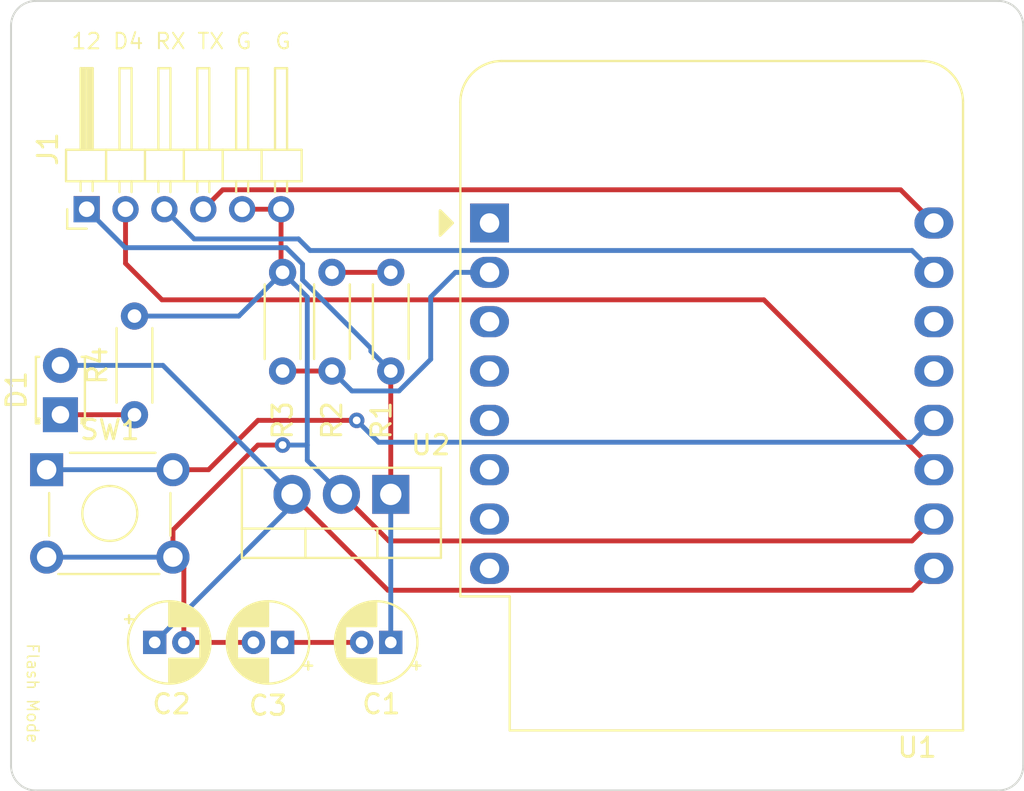
<source format=kicad_pcb>
(kicad_pcb (version 20221018) (generator pcbnew)
  (layers (0 "F.Cu" signal) (31 "B.Cu" signal) (34 "B.Paste" user) (35 "F.Paste" user) (36 "B.SilkS" user "B.Silkscreen") (37 "F.SilkS" user "F.Silkscreen") (38 "B.Mask" user) (39 "F.Mask" user) (44 "Edge.Cuts" user))
  (net 0 "")
  (net 2 "/A0")
  (net 9 "+5V")
  (net 10 "GND")
  (net 13 "+12V")
  (net 14 "Net-(C1-Pad2)")
  (net 15 "/FLASH")
  (net 16 "/D4")
  (net 17 "Net-(D1-K)")
  (net 18 "/RX")
  (net 19 "/TX")
  (net 20 "Net-(R2-Pad2)")
  (footprint "Resistor_THT:R_Axial_DIN0204_L3.6mm_D1.6mm_P5.08mm_Horizontal" (layer "F.Cu") (at 77.47 63.5 -90)
    (fp_text reference "R2" (at 7.62 0 90) (layer "F.SilkS"))
    (fp_text value "20k")
    (fp_line (start 0.62 -0.92) (end 4.46 -0.92) (stroke (width 0.12)) (layer "F.SilkS"))
    (fp_line (start 0.62 0.92) (end 4.46 0.92) (stroke (width 0.12)) (layer "F.SilkS"))
    (pad "1" thru_hole circle (at 0 0 270) (size 1.4 1.4) (drill 0.7) (layers "*.Cu" "*.Mask") (net 2 "/A0"))
    (pad "2" thru_hole oval (at 5.08 0 270) (size 1.4 1.4) (drill 0.7) (layers "*.Cu" "*.Mask") (net 20 "Net-(R2-Pad2)"))
  )
  (footprint "Module:WEMOS_D1_mini_light" (layer "F.Cu") (at 85.575 60.96)
    (fp_text reference "U1" (at 22 27) (layer "F.SilkS"))
    (fp_text value "WeMos_D1_mini")
    (fp_line (start -1.5 19.22) (end -1.5 -6.21) (stroke (width 0.12)) (layer "F.SilkS"))
    (fp_line (start -1.5 19.22) (end 1.04 19.22) (stroke (width 0.12)) (layer "F.SilkS"))
    (fp_line (start 1.04 19.22) (end 1.04 26.12) (stroke (width 0.12)) (layer "F.SilkS"))
    (fp_line (start 1.04 26.12) (end 24.36 26.12) (stroke (width 0.12)) (layer "F.SilkS"))
    (fp_line (start 22.24 -8.34) (end 0.63 -8.34) (stroke (width 0.12)) (layer "F.SilkS"))
    (fp_line (start 24.36 26.12) (end 24.36 -6.21) (stroke (width 0.12)) (layer "F.SilkS"))
    (fp_arc (start -1.5 -6.21) (mid -0.876137 -7.716137) (end 0.63 -8.34) (stroke (width 0.12)) (layer "F.SilkS"))
    (fp_arc (start 22.23 -8.34) (mid 23.736137 -7.716137) (end 24.36 -6.21) (stroke (width 0.12)) (layer "F.SilkS"))
    (fp_poly (pts (xy -2.54 -0.635) (xy -2.54 0.635) (xy -1.905 0)) (stroke (width 0.15)) (fill solid) (layer "F.SilkS"))
    (pad "1" thru_hole rect (at 0 0) (size 2 2) (drill 1) (layers "*.Cu" "*.Mask"))
    (pad "2" thru_hole oval (at 0 2.54) (size 2 1.6) (drill 1) (layers "*.Cu" "*.Mask") (net 2 "/A0"))
    (pad "3" thru_hole oval (at 0 5.08) (size 2 1.6) (drill 1) (layers "*.Cu" "*.Mask"))
    (pad "4" thru_hole oval (at 0 7.62) (size 2 1.6) (drill 1) (layers "*.Cu" "*.Mask"))
    (pad "5" thru_hole oval (at 0 10.16) (size 2 1.6) (drill 1) (layers "*.Cu" "*.Mask"))
    (pad "6" thru_hole oval (at 0 12.7) (size 2 1.6) (drill 1) (layers "*.Cu" "*.Mask"))
    (pad "7" thru_hole oval (at 0 15.24) (size 2 1.6) (drill 1) (layers "*.Cu" "*.Mask"))
    (pad "8" thru_hole oval (at 0 17.78) (size 2 1.6) (drill 1) (layers "*.Cu" "*.Mask"))
    (pad "9" thru_hole oval (at 22.86 17.78) (size 2 1.6) (drill 1) (layers "*.Cu" "*.Mask") (net 9 "+5V"))
    (pad "10" thru_hole oval (at 22.86 15.24) (size 2 1.6) (drill 1) (layers "*.Cu" "*.Mask") (net 10 "GND"))
    (pad "11" thru_hole oval (at 22.86 12.7) (size 2 1.6) (drill 1) (layers "*.Cu" "*.Mask") (net 16 "/D4"))
    (pad "12" thru_hole oval (at 22.86 10.16) (size 2 1.6) (drill 1) (layers "*.Cu" "*.Mask") (net 15 "/FLASH"))
    (pad "13" thru_hole oval (at 22.86 7.62) (size 2 1.6) (drill 1) (layers "*.Cu" "*.Mask"))
    (pad "14" thru_hole oval (at 22.86 5.08) (size 2 1.6) (drill 1) (layers "*.Cu" "*.Mask"))
    (pad "15" thru_hole oval (at 22.86 2.54) (size 2 1.6) (drill 1) (layers "*.Cu" "*.Mask") (net 18 "/RX"))
    (pad "16" thru_hole oval (at 22.86 0) (size 2 1.6) (drill 1) (layers "*.Cu" "*.Mask") (net 19 "/TX"))
  )
  (footprint "Resistor_THT:R_Axial_DIN0204_L3.6mm_D1.6mm_P5.08mm_Horizontal" (layer "F.Cu") (at 74.93 68.58 90)
    (fp_text reference "R3" (at -2.54 0 90) (layer "F.SilkS"))
    (fp_text value "120k")
    (fp_line (start 0.62 -0.92) (end 4.46 -0.92) (stroke (width 0.12)) (layer "F.SilkS"))
    (fp_line (start 0.62 0.92) (end 4.46 0.92) (stroke (width 0.12)) (layer "F.SilkS"))
    (pad "1" thru_hole circle (at 0 0 90) (size 1.4 1.4) (drill 0.7) (layers "*.Cu" "*.Mask") (net 20 "Net-(R2-Pad2)"))
    (pad "2" thru_hole oval (at 5.08 0 90) (size 1.4 1.4) (drill 0.7) (layers "*.Cu" "*.Mask") (net 10 "GND"))
  )
  (footprint "LED_THT:LED_D1.8mm_W3.3mm_H2.4mm" (layer "F.Cu") (at 63.5 70.83 90)
    (fp_text reference "D1" (at 1.27 -2.26 90) (layer "F.SilkS"))
    (fp_text value "LED")
    (fp_line (start -0.44 -1.26) (end -0.44 -1.08) (stroke (width 0.12)) (layer "F.SilkS"))
    (fp_line (start -0.44 -1.26) (end 2.98 -1.26) (stroke (width 0.12)) (layer "F.SilkS"))
    (fp_line (start -0.44 1.08) (end -0.44 1.26) (stroke (width 0.12)) (layer "F.SilkS"))
    (fp_line (start -0.44 1.26) (end 2.98 1.26) (stroke (width 0.12)) (layer "F.SilkS"))
    (fp_line (start -0.32 -1.26) (end -0.32 -1.08) (stroke (width 0.12)) (layer "F.SilkS"))
    (fp_line (start -0.32 1.08) (end -0.32 1.26) (stroke (width 0.12)) (layer "F.SilkS"))
    (fp_line (start -0.2 -1.26) (end -0.2 -1.08) (stroke (width 0.12)) (layer "F.SilkS"))
    (fp_line (start -0.2 1.08) (end -0.2 1.26) (stroke (width 0.12)) (layer "F.SilkS"))
    (fp_line (start 2.98 -1.26) (end 2.98 -1.095) (stroke (width 0.12)) (layer "F.SilkS"))
    (fp_line (start 2.98 1.095) (end 2.98 1.26) (stroke (width 0.12)) (layer "F.SilkS"))
    (pad "1" thru_hole rect (at 0 0 90) (size 1.8 1.8) (drill 0.9) (layers "*.Cu" "*.Mask") (net 17 "Net-(D1-K)"))
    (pad "2" thru_hole circle (at 2.54 0 90) (size 1.8 1.8) (drill 0.9) (layers "*.Cu" "*.Mask") (net 9 "+5V"))
  )
  (footprint "Package_TO_SOT_THT:TO-220-3_Vertical" (layer "F.Cu") (at 80.495 74.93 180)
    (fp_text reference "U2" (at -2.055 2.54) (layer "F.SilkS"))
    (fp_text value "LM7805_TO220")
    (fp_line (start -2.58 -3.27) (end -2.58 1.371) (stroke (width 0.12)) (layer "F.SilkS"))
    (fp_line (start -2.58 -3.27) (end 7.66 -3.27) (stroke (width 0.12)) (layer "F.SilkS"))
    (fp_line (start -2.58 -1.76) (end 7.66 -1.76) (stroke (width 0.12)) (layer "F.SilkS"))
    (fp_line (start -2.58 1.371) (end 7.66 1.371) (stroke (width 0.12)) (layer "F.SilkS"))
    (fp_line (start 0.69 -3.27) (end 0.69 -1.76) (stroke (width 0.12)) (layer "F.SilkS"))
    (fp_line (start 4.391 -3.27) (end 4.391 -1.76) (stroke (width 0.12)) (layer "F.SilkS"))
    (fp_line (start 7.66 -3.27) (end 7.66 1.371) (stroke (width 0.12)) (layer "F.SilkS"))
    (pad "1" thru_hole rect (at 0 0 180) (size 1.905 2) (drill 1.1) (layers "*.Cu" "*.Mask") (net 13 "+12V"))
    (pad "2" thru_hole oval (at 2.54 0 180) (size 1.905 2) (drill 1.1) (layers "*.Cu" "*.Mask") (net 10 "GND"))
    (pad "3" thru_hole oval (at 5.08 0 180) (size 1.905 2) (drill 1.1) (layers "*.Cu" "*.Mask") (net 9 "+5V"))
  )
  (footprint "Resistor_THT:R_Axial_DIN0204_L3.6mm_D1.6mm_P5.08mm_Horizontal" (layer "F.Cu") (at 67.31 70.83 90)
    (fp_text reference "R4" (at 2.54 -1.92 90) (layer "F.SilkS"))
    (fp_text value "1k")
    (fp_line (start 0.62 -0.92) (end 4.46 -0.92) (stroke (width 0.12)) (layer "F.SilkS"))
    (fp_line (start 0.62 0.92) (end 4.46 0.92) (stroke (width 0.12)) (layer "F.SilkS"))
    (pad "1" thru_hole circle (at 0 0 90) (size 1.4 1.4) (drill 0.7) (layers "*.Cu" "*.Mask") (net 17 "Net-(D1-K)"))
    (pad "2" thru_hole oval (at 5.08 0 90) (size 1.4 1.4) (drill 0.7) (layers "*.Cu" "*.Mask") (net 10 "GND"))
  )
  (footprint "Resistor_THT:R_Axial_DIN0204_L3.6mm_D1.6mm_P5.08mm_Horizontal" (layer "F.Cu") (at 80.495 68.58 90)
    (fp_text reference "R1" (at -2.54 -0.485 90) (layer "F.SilkS"))
    (fp_text value "10k")
    (fp_line (start 0.62 -0.92) (end 4.46 -0.92) (stroke (width 0.12)) (layer "F.SilkS"))
    (fp_line (start 0.62 0.92) (end 4.46 0.92) (stroke (width 0.12)) (layer "F.SilkS"))
    (pad "1" thru_hole circle (at 0 0 90) (size 1.4 1.4) (drill 0.7) (layers "*.Cu" "*.Mask") (net 13 "+12V"))
    (pad "2" thru_hole oval (at 5.08 0 90) (size 1.4 1.4) (drill 0.7) (layers "*.Cu" "*.Mask") (net 2 "/A0"))
  )
  (footprint "Button_Switch_THT:SW_TH_Tactile_Omron_B3F-10xx" (layer "F.Cu") (at 62.79 73.66)
    (fp_text reference "SW1" (at 3.25 -2.05) (layer "F.SilkS"))
    (fp_text value "SW_Push")
    (fp_line (start 0.13 3.4) (end 0.13 1.2) (stroke (width 0.12)) (layer "F.SilkS"))
    (fp_line (start 0.6 5.37) (end 5.8 5.37) (stroke (width 0.12)) (layer "F.SilkS"))
    (fp_line (start 1.2 -0.87) (end 5.6 -0.87) (stroke (width 0.12)) (layer "F.SilkS"))
    (fp_line (start 6.37 1.2) (end 6.37 3.4) (stroke (width 0.12)) (layer "F.SilkS"))
    (fp_circle (center 3.25 2.25) (end 4.25 3.25) (stroke (width 0.12)) (fill none) (layer "F.SilkS"))
    (pad "1" thru_hole rect (at 0 0) (size 1.7 1.7) (drill 1) (layers "*.Cu" "*.Mask") (net 15 "/FLASH"))
    (pad "1" thru_hole circle (at 6.5 0) (size 1.7 1.7) (drill 1) (layers "*.Cu" "*.Mask") (net 15 "/FLASH"))
    (pad "2" thru_hole circle (at 0 4.5) (size 1.7 1.7) (drill 1) (layers "*.Cu" "*.Mask") (net 10 "GND"))
    (pad "2" thru_hole circle (at 6.5 4.5) (size 1.7 1.7) (drill 1) (layers "*.Cu" "*.Mask") (net 10 "GND"))
  )
  (footprint "Capacitor_THT:CP_Radial_D4.0mm_P1.50mm" (layer "F.Cu") (at 68.35 82.55)
    (fp_text reference "C2" (at 0.865 3.175) (layer "F.SilkS"))
    (fp_text value "0.1uF")
    (fp_line (start -1.519801 -1.195) (end -1.119801 -1.195) (stroke (width 0.12)) (layer "F.SilkS"))
    (fp_line (start -1.319801 -1.395) (end -1.319801 -0.995) (stroke (width 0.12)) (layer "F.SilkS"))
    (fp_line (start 0.75 -2.08) (end 0.75 -0.84) (stroke (width 0.12)) (layer "F.SilkS"))
    (fp_line (start 0.75 0.84) (end 0.75 2.08) (stroke (width 0.12)) (layer "F.SilkS"))
    (fp_line (start 0.79 -2.08) (end 0.79 -0.84) (stroke (width 0.12)) (layer "F.SilkS"))
    (fp_line (start 0.79 0.84) (end 0.79 2.08) (stroke (width 0.12)) (layer "F.SilkS"))
    (fp_line (start 0.83 -2.079) (end 0.83 -0.84) (stroke (width 0.12)) (layer "F.SilkS"))
    (fp_line (start 0.83 0.84) (end 0.83 2.079) (stroke (width 0.12)) (layer "F.SilkS"))
    (fp_line (start 0.87 -2.077) (end 0.87 -0.84) (stroke (width 0.12)) (layer "F.SilkS"))
    (fp_line (start 0.87 0.84) (end 0.87 2.077) (stroke (width 0.12)) (layer "F.SilkS"))
    (fp_line (start 0.91 -2.074) (end 0.91 -0.84) (stroke (width 0.12)) (layer "F.SilkS"))
    (fp_line (start 0.91 0.84) (end 0.91 2.074) (stroke (width 0.12)) (layer "F.SilkS"))
    (fp_line (start 0.95 -2.071) (end 0.95 -0.84) (stroke (width 0.12)) (layer "F.SilkS"))
    (fp_line (start 0.95 0.84) (end 0.95 2.071) (stroke (width 0.12)) (layer "F.SilkS"))
    (fp_line (start 0.99 -2.067) (end 0.99 -0.84) (stroke (width 0.12)) (layer "F.SilkS"))
    (fp_line (start 0.99 0.84) (end 0.99 2.067) (stroke (width 0.12)) (layer "F.SilkS"))
    (fp_line (start 1.03 -2.062) (end 1.03 -0.84) (stroke (width 0.12)) (layer "F.SilkS"))
    (fp_line (start 1.03 0.84) (end 1.03 2.062) (stroke (width 0.12)) (layer "F.SilkS"))
    (fp_line (start 1.07 -2.056) (end 1.07 -0.84) (stroke (width 0.12)) (layer "F.SilkS"))
    (fp_line (start 1.07 0.84) (end 1.07 2.056) (stroke (width 0.12)) (layer "F.SilkS"))
    (fp_line (start 1.11 -2.05) (end 1.11 -0.84) (stroke (width 0.12)) (layer "F.SilkS"))
    (fp_line (start 1.11 0.84) (end 1.11 2.05) (stroke (width 0.12)) (layer "F.SilkS"))
    (fp_line (start 1.15 -2.042) (end 1.15 -0.84) (stroke (width 0.12)) (layer "F.SilkS"))
    (fp_line (start 1.15 0.84) (end 1.15 2.042) (stroke (width 0.12)) (layer "F.SilkS"))
    (fp_line (start 1.19 -2.034) (end 1.19 -0.84) (stroke (width 0.12)) (layer "F.SilkS"))
    (fp_line (start 1.19 0.84) (end 1.19 2.034) (stroke (width 0.12)) (layer "F.SilkS"))
    (fp_line (start 1.23 -2.025) (end 1.23 -0.84) (stroke (width 0.12)) (layer "F.SilkS"))
    (fp_line (start 1.23 0.84) (end 1.23 2.025) (stroke (width 0.12)) (layer "F.SilkS"))
    (fp_line (start 1.27 -2.016) (end 1.27 -0.84) (stroke (width 0.12)) (layer "F.SilkS"))
    (fp_line (start 1.27 0.84) (end 1.27 2.016) (stroke (width 0.12)) (layer "F.SilkS"))
    (fp_line (start 1.31 -2.005) (end 1.31 -0.84) (stroke (width 0.12)) (layer "F.SilkS"))
    (fp_line (start 1.31 0.84) (end 1.31 2.005) (stroke (width 0.12)) (layer "F.SilkS"))
    (fp_line (start 1.35 -1.994) (end 1.35 -0.84) (stroke (width 0.12)) (layer "F.SilkS"))
    (fp_line (start 1.35 0.84) (end 1.35 1.994) (stroke (width 0.12)) (layer "F.SilkS"))
    (fp_line (start 1.39 -1.982) (end 1.39 -0.84) (stroke (width 0.12)) (layer "F.SilkS"))
    (fp_line (start 1.39 0.84) (end 1.39 1.982) (stroke (width 0.12)) (layer "F.SilkS"))
    (fp_line (start 1.43 -1.968) (end 1.43 -0.84) (stroke (width 0.12)) (layer "F.SilkS"))
    (fp_line (start 1.43 0.84) (end 1.43 1.968) (stroke (width 0.12)) (layer "F.SilkS"))
    (fp_line (start 1.471 -1.954) (end 1.471 -0.84) (stroke (width 0.12)) (layer "F.SilkS"))
    (fp_line (start 1.471 0.84) (end 1.471 1.954) (stroke (width 0.12)) (layer "F.SilkS"))
    (fp_line (start 1.511 -1.94) (end 1.511 -0.84) (stroke (width 0.12)) (layer "F.SilkS"))
    (fp_line (start 1.511 0.84) (end 1.511 1.94) (stroke (width 0.12)) (layer "F.SilkS"))
    (fp_line (start 1.551 -1.924) (end 1.551 -0.84) (stroke (width 0.12)) (layer "F.SilkS"))
    (fp_line (start 1.551 0.84) (end 1.551 1.924) (stroke (width 0.12)) (layer "F.SilkS"))
    (fp_line (start 1.591 -1.907) (end 1.591 -0.84) (stroke (width 0.12)) (layer "F.SilkS"))
    (fp_line (start 1.591 0.84) (end 1.591 1.907) (stroke (width 0.12)) (layer "F.SilkS"))
    (fp_line (start 1.631 -1.889) (end 1.631 -0.84) (stroke (width 0.12)) (layer "F.SilkS"))
    (fp_line (start 1.631 0.84) (end 1.631 1.889) (stroke (width 0.12)) (layer "F.SilkS"))
    (fp_line (start 1.671 -1.87) (end 1.671 -0.84) (stroke (width 0.12)) (layer "F.SilkS"))
    (fp_line (start 1.671 0.84) (end 1.671 1.87) (stroke (width 0.12)) (layer "F.SilkS"))
    (fp_line (start 1.711 -1.851) (end 1.711 -0.84) (stroke (width 0.12)) (layer "F.SilkS"))
    (fp_line (start 1.711 0.84) (end 1.711 1.851) (stroke (width 0.12)) (layer "F.SilkS"))
    (fp_line (start 1.751 -1.83) (end 1.751 -0.84) (stroke (width 0.12)) (layer "F.SilkS"))
    (fp_line (start 1.751 0.84) (end 1.751 1.83) (stroke (width 0.12)) (layer "F.SilkS"))
    (fp_line (start 1.791 -1.808) (end 1.791 -0.84) (stroke (width 0.12)) (layer "F.SilkS"))
    (fp_line (start 1.791 0.84) (end 1.791 1.808) (stroke (width 0.12)) (layer "F.SilkS"))
    (fp_line (start 1.831 -1.785) (end 1.831 -0.84) (stroke (width 0.12)) (layer "F.SilkS"))
    (fp_line (start 1.831 0.84) (end 1.831 1.785) (stroke (width 0.12)) (layer "F.SilkS"))
    (fp_line (start 1.871 -1.76) (end 1.871 -0.84) (stroke (width 0.12)) (layer "F.SilkS"))
    (fp_line (start 1.871 0.84) (end 1.871 1.76) (stroke (width 0.12)) (layer "F.SilkS"))
    (fp_line (start 1.911 -1.735) (end 1.911 -0.84) (stroke (width 0.12)) (layer "F.SilkS"))
    (fp_line (start 1.911 0.84) (end 1.911 1.735) (stroke (width 0.12)) (layer "F.SilkS"))
    (fp_line (start 1.951 -1.708) (end 1.951 -0.84) (stroke (width 0.12)) (layer "F.SilkS"))
    (fp_line (start 1.951 0.84) (end 1.951 1.708) (stroke (width 0.12)) (layer "F.SilkS"))
    (fp_line (start 1.991 -1.68) (end 1.991 -0.84) (stroke (width 0.12)) (layer "F.SilkS"))
    (fp_line (start 1.991 0.84) (end 1.991 1.68) (stroke (width 0.12)) (layer "F.SilkS"))
    (fp_line (start 2.031 -1.65) (end 2.031 -0.84) (stroke (width 0.12)) (layer "F.SilkS"))
    (fp_line (start 2.031 0.84) (end 2.031 1.65) (stroke (width 0.12)) (layer "F.SilkS"))
    (fp_line (start 2.071 -1.619) (end 2.071 -0.84) (stroke (width 0.12)) (layer "F.SilkS"))
    (fp_line (start 2.071 0.84) (end 2.071 1.619) (stroke (width 0.12)) (layer "F.SilkS"))
    (fp_line (start 2.111 -1.587) (end 2.111 -0.84) (stroke (width 0.12)) (layer "F.SilkS"))
    (fp_line (start 2.111 0.84) (end 2.111 1.587) (stroke (width 0.12)) (layer "F.SilkS"))
    (fp_line (start 2.151 -1.552) (end 2.151 -0.84) (stroke (width 0.12)) (layer "F.SilkS"))
    (fp_line (start 2.151 0.84) (end 2.151 1.552) (stroke (width 0.12)) (layer "F.SilkS"))
    (fp_line (start 2.191 -1.516) (end 2.191 -0.84) (stroke (width 0.12)) (layer "F.SilkS"))
    (fp_line (start 2.191 0.84) (end 2.191 1.516) (stroke (width 0.12)) (layer "F.SilkS"))
    (fp_line (start 2.231 -1.478) (end 2.231 -0.84) (stroke (width 0.12)) (layer "F.SilkS"))
    (fp_line (start 2.231 0.84) (end 2.231 1.478) (stroke (width 0.12)) (layer "F.SilkS"))
    (fp_line (start 2.271 -1.438) (end 2.271 -0.84) (stroke (width 0.12)) (layer "F.SilkS"))
    (fp_line (start 2.271 0.84) (end 2.271 1.438) (stroke (width 0.12)) (layer "F.SilkS"))
    (fp_line (start 2.311 -1.396) (end 2.311 -0.84) (stroke (width 0.12)) (layer "F.SilkS"))
    (fp_line (start 2.311 0.84) (end 2.311 1.396) (stroke (width 0.12)) (layer "F.SilkS"))
    (fp_line (start 2.351 -1.351) (end 2.351 1.351) (stroke (width 0.12)) (layer "F.SilkS"))
    (fp_line (start 2.391 -1.304) (end 2.391 1.304) (stroke (width 0.12)) (layer "F.SilkS"))
    (fp_line (start 2.431 -1.254) (end 2.431 1.254) (stroke (width 0.12)) (layer "F.SilkS"))
    (fp_line (start 2.471 -1.2) (end 2.471 1.2) (stroke (width 0.12)) (layer "F.SilkS"))
    (fp_line (start 2.511 -1.142) (end 2.511 1.142) (stroke (width 0.12)) (layer "F.SilkS"))
    (fp_line (start 2.551 -1.08) (end 2.551 1.08) (stroke (width 0.12)) (layer "F.SilkS"))
    (fp_line (start 2.591 -1.013) (end 2.591 1.013) (stroke (width 0.12)) (layer "F.SilkS"))
    (fp_line (start 2.631 -0.94) (end 2.631 0.94) (stroke (width 0.12)) (layer "F.SilkS"))
    (fp_line (start 2.671 -0.859) (end 2.671 0.859) (stroke (width 0.12)) (layer "F.SilkS"))
    (fp_line (start 2.711 -0.768) (end 2.711 0.768) (stroke (width 0.12)) (layer "F.SilkS"))
    (fp_line (start 2.751 -0.664) (end 2.751 0.664) (stroke (width 0.12)) (layer "F.SilkS"))
    (fp_line (start 2.791 -0.537) (end 2.791 0.537) (stroke (width 0.12)) (layer "F.SilkS"))
    (fp_line (start 2.831 -0.37) (end 2.831 0.37) (stroke (width 0.12)) (layer "F.SilkS"))
    (fp_circle (center 0.75 0) (end 2.87 0) (stroke (width 0.12)) (fill none) (layer "F.SilkS"))
    (pad "1" thru_hole rect (at 0 0) (size 1.2 1.2) (drill 0.6) (layers "*.Cu" "*.Mask") (net 9 "+5V"))
    (pad "2" thru_hole circle (at 1.5 0) (size 1.2 1.2) (drill 0.6) (layers "*.Cu" "*.Mask") (net 10 "GND"))
  )
  (footprint "Capacitor_THT:CP_Radial_D4.0mm_P1.50mm" (layer "F.Cu") (at 80.495 82.55 180)
    (fp_text reference "C1" (at 0.485 -3.175) (layer "F.SilkS"))
    (fp_text value "0.2uF")
    (fp_line (start -1.519801 -1.195) (end -1.119801 -1.195) (stroke (width 0.12)) (layer "F.SilkS"))
    (fp_line (start -1.319801 -1.395) (end -1.319801 -0.995) (stroke (width 0.12)) (layer "F.SilkS"))
    (fp_line (start 0.75 -2.08) (end 0.75 -0.84) (stroke (width 0.12)) (layer "F.SilkS"))
    (fp_line (start 0.75 0.84) (end 0.75 2.08) (stroke (width 0.12)) (layer "F.SilkS"))
    (fp_line (start 0.79 -2.08) (end 0.79 -0.84) (stroke (width 0.12)) (layer "F.SilkS"))
    (fp_line (start 0.79 0.84) (end 0.79 2.08) (stroke (width 0.12)) (layer "F.SilkS"))
    (fp_line (start 0.83 -2.079) (end 0.83 -0.84) (stroke (width 0.12)) (layer "F.SilkS"))
    (fp_line (start 0.83 0.84) (end 0.83 2.079) (stroke (width 0.12)) (layer "F.SilkS"))
    (fp_line (start 0.87 -2.077) (end 0.87 -0.84) (stroke (width 0.12)) (layer "F.SilkS"))
    (fp_line (start 0.87 0.84) (end 0.87 2.077) (stroke (width 0.12)) (layer "F.SilkS"))
    (fp_line (start 0.91 -2.074) (end 0.91 -0.84) (stroke (width 0.12)) (layer "F.SilkS"))
    (fp_line (start 0.91 0.84) (end 0.91 2.074) (stroke (width 0.12)) (layer "F.SilkS"))
    (fp_line (start 0.95 -2.071) (end 0.95 -0.84) (stroke (width 0.12)) (layer "F.SilkS"))
    (fp_line (start 0.95 0.84) (end 0.95 2.071) (stroke (width 0.12)) (layer "F.SilkS"))
    (fp_line (start 0.99 -2.067) (end 0.99 -0.84) (stroke (width 0.12)) (layer "F.SilkS"))
    (fp_line (start 0.99 0.84) (end 0.99 2.067) (stroke (width 0.12)) (layer "F.SilkS"))
    (fp_line (start 1.03 -2.062) (end 1.03 -0.84) (stroke (width 0.12)) (layer "F.SilkS"))
    (fp_line (start 1.03 0.84) (end 1.03 2.062) (stroke (width 0.12)) (layer "F.SilkS"))
    (fp_line (start 1.07 -2.056) (end 1.07 -0.84) (stroke (width 0.12)) (layer "F.SilkS"))
    (fp_line (start 1.07 0.84) (end 1.07 2.056) (stroke (width 0.12)) (layer "F.SilkS"))
    (fp_line (start 1.11 -2.05) (end 1.11 -0.84) (stroke (width 0.12)) (layer "F.SilkS"))
    (fp_line (start 1.11 0.84) (end 1.11 2.05) (stroke (width 0.12)) (layer "F.SilkS"))
    (fp_line (start 1.15 -2.042) (end 1.15 -0.84) (stroke (width 0.12)) (layer "F.SilkS"))
    (fp_line (start 1.15 0.84) (end 1.15 2.042) (stroke (width 0.12)) (layer "F.SilkS"))
    (fp_line (start 1.19 -2.034) (end 1.19 -0.84) (stroke (width 0.12)) (layer "F.SilkS"))
    (fp_line (start 1.19 0.84) (end 1.19 2.034) (stroke (width 0.12)) (layer "F.SilkS"))
    (fp_line (start 1.23 -2.025) (end 1.23 -0.84) (stroke (width 0.12)) (layer "F.SilkS"))
    (fp_line (start 1.23 0.84) (end 1.23 2.025) (stroke (width 0.12)) (layer "F.SilkS"))
    (fp_line (start 1.27 -2.016) (end 1.27 -0.84) (stroke (width 0.12)) (layer "F.SilkS"))
    (fp_line (start 1.27 0.84) (end 1.27 2.016) (stroke (width 0.12)) (layer "F.SilkS"))
    (fp_line (start 1.31 -2.005) (end 1.31 -0.84) (stroke (width 0.12)) (layer "F.SilkS"))
    (fp_line (start 1.31 0.84) (end 1.31 2.005) (stroke (width 0.12)) (layer "F.SilkS"))
    (fp_line (start 1.35 -1.994) (end 1.35 -0.84) (stroke (width 0.12)) (layer "F.SilkS"))
    (fp_line (start 1.35 0.84) (end 1.35 1.994) (stroke (width 0.12)) (layer "F.SilkS"))
    (fp_line (start 1.39 -1.982) (end 1.39 -0.84) (stroke (width 0.12)) (layer "F.SilkS"))
    (fp_line (start 1.39 0.84) (end 1.39 1.982) (stroke (width 0.12)) (layer "F.SilkS"))
    (fp_line (start 1.43 -1.968) (end 1.43 -0.84) (stroke (width 0.12)) (layer "F.SilkS"))
    (fp_line (start 1.43 0.84) (end 1.43 1.968) (stroke (width 0.12)) (layer "F.SilkS"))
    (fp_line (start 1.471 -1.954) (end 1.471 -0.84) (stroke (width 0.12)) (layer "F.SilkS"))
    (fp_line (start 1.471 0.84) (end 1.471 1.954) (stroke (width 0.12)) (layer "F.SilkS"))
    (fp_line (start 1.511 -1.94) (end 1.511 -0.84) (stroke (width 0.12)) (layer "F.SilkS"))
    (fp_line (start 1.511 0.84) (end 1.511 1.94) (stroke (width 0.12)) (layer "F.SilkS"))
    (fp_line (start 1.551 -1.924) (end 1.551 -0.84) (stroke (width 0.12)) (layer "F.SilkS"))
    (fp_line (start 1.551 0.84) (end 1.551 1.924) (stroke (width 0.12)) (layer "F.SilkS"))
    (fp_line (start 1.591 -1.907) (end 1.591 -0.84) (stroke (width 0.12)) (layer "F.SilkS"))
    (fp_line (start 1.591 0.84) (end 1.591 1.907) (stroke (width 0.12)) (layer "F.SilkS"))
    (fp_line (start 1.631 -1.889) (end 1.631 -0.84) (stroke (width 0.12)) (layer "F.SilkS"))
    (fp_line (start 1.631 0.84) (end 1.631 1.889) (stroke (width 0.12)) (layer "F.SilkS"))
    (fp_line (start 1.671 -1.87) (end 1.671 -0.84) (stroke (width 0.12)) (layer "F.SilkS"))
    (fp_line (start 1.671 0.84) (end 1.671 1.87) (stroke (width 0.12)) (layer "F.SilkS"))
    (fp_line (start 1.711 -1.851) (end 1.711 -0.84) (stroke (width 0.12)) (layer "F.SilkS"))
    (fp_line (start 1.711 0.84) (end 1.711 1.851) (stroke (width 0.12)) (layer "F.SilkS"))
    (fp_line (start 1.751 -1.83) (end 1.751 -0.84) (stroke (width 0.12)) (layer "F.SilkS"))
    (fp_line (start 1.751 0.84) (end 1.751 1.83) (stroke (width 0.12)) (layer "F.SilkS"))
    (fp_line (start 1.791 -1.808) (end 1.791 -0.84) (stroke (width 0.12)) (layer "F.SilkS"))
    (fp_line (start 1.791 0.84) (end 1.791 1.808) (stroke (width 0.12)) (layer "F.SilkS"))
    (fp_line (start 1.831 -1.785) (end 1.831 -0.84) (stroke (width 0.12)) (layer "F.SilkS"))
    (fp_line (start 1.831 0.84) (end 1.831 1.785) (stroke (width 0.12)) (layer "F.SilkS"))
    (fp_line (start 1.871 -1.76) (end 1.871 -0.84) (stroke (width 0.12)) (layer "F.SilkS"))
    (fp_line (start 1.871 0.84) (end 1.871 1.76) (stroke (width 0.12)) (layer "F.SilkS"))
    (fp_line (start 1.911 -1.735) (end 1.911 -0.84) (stroke (width 0.12)) (layer "F.SilkS"))
    (fp_line (start 1.911 0.84) (end 1.911 1.735) (stroke (width 0.12)) (layer "F.SilkS"))
    (fp_line (start 1.951 -1.708) (end 1.951 -0.84) (stroke (width 0.12)) (layer "F.SilkS"))
    (fp_line (start 1.951 0.84) (end 1.951 1.708) (stroke (width 0.12)) (layer "F.SilkS"))
    (fp_line (start 1.991 -1.68) (end 1.991 -0.84) (stroke (width 0.12)) (layer "F.SilkS"))
    (fp_line (start 1.991 0.84) (end 1.991 1.68) (stroke (width 0.12)) (layer "F.SilkS"))
    (fp_line (start 2.031 -1.65) (end 2.031 -0.84) (stroke (width 0.12)) (layer "F.SilkS"))
    (fp_line (start 2.031 0.84) (end 2.031 1.65) (stroke (width 0.12)) (layer "F.SilkS"))
    (fp_line (start 2.071 -1.619) (end 2.071 -0.84) (stroke (width 0.12)) (layer "F.SilkS"))
    (fp_line (start 2.071 0.84) (end 2.071 1.619) (stroke (width 0.12)) (layer "F.SilkS"))
    (fp_line (start 2.111 -1.587) (end 2.111 -0.84) (stroke (width 0.12)) (layer "F.SilkS"))
    (fp_line (start 2.111 0.84) (end 2.111 1.587) (stroke (width 0.12)) (layer "F.SilkS"))
    (fp_line (start 2.151 -1.552) (end 2.151 -0.84) (stroke (width 0.12)) (layer "F.SilkS"))
    (fp_line (start 2.151 0.84) (end 2.151 1.552) (stroke (width 0.12)) (layer "F.SilkS"))
    (fp_line (start 2.191 -1.516) (end 2.191 -0.84) (stroke (width 0.12)) (layer "F.SilkS"))
    (fp_line (start 2.191 0.84) (end 2.191 1.516) (stroke (width 0.12)) (layer "F.SilkS"))
    (fp_line (start 2.231 -1.478) (end 2.231 -0.84) (stroke (width 0.12)) (layer "F.SilkS"))
    (fp_line (start 2.231 0.84) (end 2.231 1.478) (stroke (width 0.12)) (layer "F.SilkS"))
    (fp_line (start 2.271 -1.438) (end 2.271 -0.84) (stroke (width 0.12)) (layer "F.SilkS"))
    (fp_line (start 2.271 0.84) (end 2.271 1.438) (stroke (width 0.12)) (layer "F.SilkS"))
    (fp_line (start 2.311 -1.396) (end 2.311 -0.84) (stroke (width 0.12)) (layer "F.SilkS"))
    (fp_line (start 2.311 0.84) (end 2.311 1.396) (stroke (width 0.12)) (layer "F.SilkS"))
    (fp_line (start 2.351 -1.351) (end 2.351 1.351) (stroke (width 0.12)) (layer "F.SilkS"))
    (fp_line (start 2.391 -1.304) (end 2.391 1.304) (stroke (width 0.12)) (layer "F.SilkS"))
    (fp_line (start 2.431 -1.254) (end 2.431 1.254) (stroke (width 0.12)) (layer "F.SilkS"))
    (fp_line (start 2.471 -1.2) (end 2.471 1.2) (stroke (width 0.12)) (layer "F.SilkS"))
    (fp_line (start 2.511 -1.142) (end 2.511 1.142) (stroke (width 0.12)) (layer "F.SilkS"))
    (fp_line (start 2.551 -1.08) (end 2.551 1.08) (stroke (width 0.12)) (layer "F.SilkS"))
    (fp_line (start 2.591 -1.013) (end 2.591 1.013) (stroke (width 0.12)) (layer "F.SilkS"))
    (fp_line (start 2.631 -0.94) (end 2.631 0.94) (stroke (width 0.12)) (layer "F.SilkS"))
    (fp_line (start 2.671 -0.859) (end 2.671 0.859) (stroke (width 0.12)) (layer "F.SilkS"))
    (fp_line (start 2.711 -0.768) (end 2.711 0.768) (stroke (width 0.12)) (layer "F.SilkS"))
    (fp_line (start 2.751 -0.664) (end 2.751 0.664) (stroke (width 0.12)) (layer "F.SilkS"))
    (fp_line (start 2.791 -0.537) (end 2.791 0.537) (stroke (width 0.12)) (layer "F.SilkS"))
    (fp_line (start 2.831 -0.37) (end 2.831 0.37) (stroke (width 0.12)) (layer "F.SilkS"))
    (fp_circle (center 0.75 0) (end 2.87 0) (stroke (width 0.12)) (fill none) (layer "F.SilkS"))
    (pad "1" thru_hole rect (at 0 0 180) (size 1.2 1.2) (drill 0.6) (layers "*.Cu" "*.Mask") (net 13 "+12V"))
    (pad "2" thru_hole circle (at 1.5 0 180) (size 1.2 1.2) (drill 0.6) (layers "*.Cu" "*.Mask") (net 14 "Net-(C1-Pad2)"))
  )
  (footprint "Capacitor_THT:CP_Radial_D4.0mm_P1.50mm" (layer "F.Cu") (at 74.93 82.55 180)
    (fp_text reference "C3" (at 0.75 -3.25) (layer "F.SilkS"))
    (fp_text value "0.1uF")
    (fp_line (start -1.519801 -1.195) (end -1.119801 -1.195) (stroke (width 0.12)) (layer "F.SilkS"))
    (fp_line (start -1.319801 -1.395) (end -1.319801 -0.995) (stroke (width 0.12)) (layer "F.SilkS"))
    (fp_line (start 0.75 -2.08) (end 0.75 -0.84) (stroke (width 0.12)) (layer "F.SilkS"))
    (fp_line (start 0.75 0.84) (end 0.75 2.08) (stroke (width 0.12)) (layer "F.SilkS"))
    (fp_line (start 0.79 -2.08) (end 0.79 -0.84) (stroke (width 0.12)) (layer "F.SilkS"))
    (fp_line (start 0.79 0.84) (end 0.79 2.08) (stroke (width 0.12)) (layer "F.SilkS"))
    (fp_line (start 0.83 -2.079) (end 0.83 -0.84) (stroke (width 0.12)) (layer "F.SilkS"))
    (fp_line (start 0.83 0.84) (end 0.83 2.079) (stroke (width 0.12)) (layer "F.SilkS"))
    (fp_line (start 0.87 -2.077) (end 0.87 -0.84) (stroke (width 0.12)) (layer "F.SilkS"))
    (fp_line (start 0.87 0.84) (end 0.87 2.077) (stroke (width 0.12)) (layer "F.SilkS"))
    (fp_line (start 0.91 -2.074) (end 0.91 -0.84) (stroke (width 0.12)) (layer "F.SilkS"))
    (fp_line (start 0.91 0.84) (end 0.91 2.074) (stroke (width 0.12)) (layer "F.SilkS"))
    (fp_line (start 0.95 -2.071) (end 0.95 -0.84) (stroke (width 0.12)) (layer "F.SilkS"))
    (fp_line (start 0.95 0.84) (end 0.95 2.071) (stroke (width 0.12)) (layer "F.SilkS"))
    (fp_line (start 0.99 -2.067) (end 0.99 -0.84) (stroke (width 0.12)) (layer "F.SilkS"))
    (fp_line (start 0.99 0.84) (end 0.99 2.067) (stroke (width 0.12)) (layer "F.SilkS"))
    (fp_line (start 1.03 -2.062) (end 1.03 -0.84) (stroke (width 0.12)) (layer "F.SilkS"))
    (fp_line (start 1.03 0.84) (end 1.03 2.062) (stroke (width 0.12)) (layer "F.SilkS"))
    (fp_line (start 1.07 -2.056) (end 1.07 -0.84) (stroke (width 0.12)) (layer "F.SilkS"))
    (fp_line (start 1.07 0.84) (end 1.07 2.056) (stroke (width 0.12)) (layer "F.SilkS"))
    (fp_line (start 1.11 -2.05) (end 1.11 -0.84) (stroke (width 0.12)) (layer "F.SilkS"))
    (fp_line (start 1.11 0.84) (end 1.11 2.05) (stroke (width 0.12)) (layer "F.SilkS"))
    (fp_line (start 1.15 -2.042) (end 1.15 -0.84) (stroke (width 0.12)) (layer "F.SilkS"))
    (fp_line (start 1.15 0.84) (end 1.15 2.042) (stroke (width 0.12)) (layer "F.SilkS"))
    (fp_line (start 1.19 -2.034) (end 1.19 -0.84) (stroke (width 0.12)) (layer "F.SilkS"))
    (fp_line (start 1.19 0.84) (end 1.19 2.034) (stroke (width 0.12)) (layer "F.SilkS"))
    (fp_line (start 1.23 -2.025) (end 1.23 -0.84) (stroke (width 0.12)) (layer "F.SilkS"))
    (fp_line (start 1.23 0.84) (end 1.23 2.025) (stroke (width 0.12)) (layer "F.SilkS"))
    (fp_line (start 1.27 -2.016) (end 1.27 -0.84) (stroke (width 0.12)) (layer "F.SilkS"))
    (fp_line (start 1.27 0.84) (end 1.27 2.016) (stroke (width 0.12)) (layer "F.SilkS"))
    (fp_line (start 1.31 -2.005) (end 1.31 -0.84) (stroke (width 0.12)) (layer "F.SilkS"))
    (fp_line (start 1.31 0.84) (end 1.31 2.005) (stroke (width 0.12)) (layer "F.SilkS"))
    (fp_line (start 1.35 -1.994) (end 1.35 -0.84) (stroke (width 0.12)) (layer "F.SilkS"))
    (fp_line (start 1.35 0.84) (end 1.35 1.994) (stroke (width 0.12)) (layer "F.SilkS"))
    (fp_line (start 1.39 -1.982) (end 1.39 -0.84) (stroke (width 0.12)) (layer "F.SilkS"))
    (fp_line (start 1.39 0.84) (end 1.39 1.982) (stroke (width 0.12)) (layer "F.SilkS"))
    (fp_line (start 1.43 -1.968) (end 1.43 -0.84) (stroke (width 0.12)) (layer "F.SilkS"))
    (fp_line (start 1.43 0.84) (end 1.43 1.968) (stroke (width 0.12)) (layer "F.SilkS"))
    (fp_line (start 1.471 -1.954) (end 1.471 -0.84) (stroke (width 0.12)) (layer "F.SilkS"))
    (fp_line (start 1.471 0.84) (end 1.471 1.954) (stroke (width 0.12)) (layer "F.SilkS"))
    (fp_line (start 1.511 -1.94) (end 1.511 -0.84) (stroke (width 0.12)) (layer "F.SilkS"))
    (fp_line (start 1.511 0.84) (end 1.511 1.94) (stroke (width 0.12)) (layer "F.SilkS"))
    (fp_line (start 1.551 -1.924) (end 1.551 -0.84) (stroke (width 0.12)) (layer "F.SilkS"))
    (fp_line (start 1.551 0.84) (end 1.551 1.924) (stroke (width 0.12)) (layer "F.SilkS"))
    (fp_line (start 1.591 -1.907) (end 1.591 -0.84) (stroke (width 0.12)) (layer "F.SilkS"))
    (fp_line (start 1.591 0.84) (end 1.591 1.907) (stroke (width 0.12)) (layer "F.SilkS"))
    (fp_line (start 1.631 -1.889) (end 1.631 -0.84) (stroke (width 0.12)) (layer "F.SilkS"))
    (fp_line (start 1.631 0.84) (end 1.631 1.889) (stroke (width 0.12)) (layer "F.SilkS"))
    (fp_line (start 1.671 -1.87) (end 1.671 -0.84) (stroke (width 0.12)) (layer "F.SilkS"))
    (fp_line (start 1.671 0.84) (end 1.671 1.87) (stroke (width 0.12)) (layer "F.SilkS"))
    (fp_line (start 1.711 -1.851) (end 1.711 -0.84) (stroke (width 0.12)) (layer "F.SilkS"))
    (fp_line (start 1.711 0.84) (end 1.711 1.851) (stroke (width 0.12)) (layer "F.SilkS"))
    (fp_line (start 1.751 -1.83) (end 1.751 -0.84) (stroke (width 0.12)) (layer "F.SilkS"))
    (fp_line (start 1.751 0.84) (end 1.751 1.83) (stroke (width 0.12)) (layer "F.SilkS"))
    (fp_line (start 1.791 -1.808) (end 1.791 -0.84) (stroke (width 0.12)) (layer "F.SilkS"))
    (fp_line (start 1.791 0.84) (end 1.791 1.808) (stroke (width 0.12)) (layer "F.SilkS"))
    (fp_line (start 1.831 -1.785) (end 1.831 -0.84) (stroke (width 0.12)) (layer "F.SilkS"))
    (fp_line (start 1.831 0.84) (end 1.831 1.785) (stroke (width 0.12)) (layer "F.SilkS"))
    (fp_line (start 1.871 -1.76) (end 1.871 -0.84) (stroke (width 0.12)) (layer "F.SilkS"))
    (fp_line (start 1.871 0.84) (end 1.871 1.76) (stroke (width 0.12)) (layer "F.SilkS"))
    (fp_line (start 1.911 -1.735) (end 1.911 -0.84) (stroke (width 0.12)) (layer "F.SilkS"))
    (fp_line (start 1.911 0.84) (end 1.911 1.735) (stroke (width 0.12)) (layer "F.SilkS"))
    (fp_line (start 1.951 -1.708) (end 1.951 -0.84) (stroke (width 0.12)) (layer "F.SilkS"))
    (fp_line (start 1.951 0.84) (end 1.951 1.708) (stroke (width 0.12)) (layer "F.SilkS"))
    (fp_line (start 1.991 -1.68) (end 1.991 -0.84) (stroke (width 0.12)) (layer "F.SilkS"))
    (fp_line (start 1.991 0.84) (end 1.991 1.68) (stroke (width 0.12)) (layer "F.SilkS"))
    (fp_line (start 2.031 -1.65) (end 2.031 -0.84) (stroke (width 0.12)) (layer "F.SilkS"))
    (fp_line (start 2.031 0.84) (end 2.031 1.65) (stroke (width 0.12)) (layer "F.SilkS"))
    (fp_line (start 2.071 -1.619) (end 2.071 -0.84) (stroke (width 0.12)) (layer "F.SilkS"))
    (fp_line (start 2.071 0.84) (end 2.071 1.619) (stroke (width 0.12)) (layer "F.SilkS"))
    (fp_line (start 2.111 -1.587) (end 2.111 -0.84) (stroke (width 0.12)) (layer "F.SilkS"))
    (fp_line (start 2.111 0.84) (end 2.111 1.587) (stroke (width 0.12)) (layer "F.SilkS"))
    (fp_line (start 2.151 -1.552) (end 2.151 -0.84) (stroke (width 0.12)) (layer "F.SilkS"))
    (fp_line (start 2.151 0.84) (end 2.151 1.552) (stroke (width 0.12)) (layer "F.SilkS"))
    (fp_line (start 2.191 -1.516) (end 2.191 -0.84) (stroke (width 0.12)) (layer "F.SilkS"))
    (fp_line (start 2.191 0.84) (end 2.191 1.516) (stroke (width 0.12)) (layer "F.SilkS"))
    (fp_line (start 2.231 -1.478) (end 2.231 -0.84) (stroke (width 0.12)) (layer "F.SilkS"))
    (fp_line (start 2.231 0.84) (end 2.231 1.478) (stroke (width 0.12)) (layer "F.SilkS"))
    (fp_line (start 2.271 -1.438) (end 2.271 -0.84) (stroke (width 0.12)) (layer "F.SilkS"))
    (fp_line (start 2.271 0.84) (end 2.271 1.438) (stroke (width 0.12)) (layer "F.SilkS"))
    (fp_line (start 2.311 -1.396) (end 2.311 -0.84) (stroke (width 0.12)) (layer "F.SilkS"))
    (fp_line (start 2.311 0.84) (end 2.311 1.396) (stroke (width 0.12)) (layer "F.SilkS"))
    (fp_line (start 2.351 -1.351) (end 2.351 1.351) (stroke (width 0.12)) (layer "F.SilkS"))
    (fp_line (start 2.391 -1.304) (end 2.391 1.304) (stroke (width 0.12)) (layer "F.SilkS"))
    (fp_line (start 2.431 -1.254) (end 2.431 1.254) (stroke (width 0.12)) (layer "F.SilkS"))
    (fp_line (start 2.471 -1.2) (end 2.471 1.2) (stroke (width 0.12)) (layer "F.SilkS"))
    (fp_line (start 2.511 -1.142) (end 2.511 1.142) (stroke (width 0.12)) (layer "F.SilkS"))
    (fp_line (start 2.551 -1.08) (end 2.551 1.08) (stroke (width 0.12)) (layer "F.SilkS"))
    (fp_line (start 2.591 -1.013) (end 2.591 1.013) (stroke (width 0.12)) (layer "F.SilkS"))
    (fp_line (start 2.631 -0.94) (end 2.631 0.94) (stroke (width 0.12)) (layer "F.SilkS"))
    (fp_line (start 2.671 -0.859) (end 2.671 0.859) (stroke (width 0.12)) (layer "F.SilkS"))
    (fp_line (start 2.711 -0.768) (end 2.711 0.768) (stroke (width 0.12)) (layer "F.SilkS"))
    (fp_line (start 2.751 -0.664) (end 2.751 0.664) (stroke (width 0.12)) (layer "F.SilkS"))
    (fp_line (start 2.791 -0.537) (end 2.791 0.537) (stroke (width 0.12)) (layer "F.SilkS"))
    (fp_line (start 2.831 -0.37) (end 2.831 0.37) (stroke (width 0.12)) (layer "F.SilkS"))
    (fp_circle (center 0.75 0) (end 2.87 0) (stroke (width 0.12)) (fill none) (layer "F.SilkS"))
    (pad "1" thru_hole rect (at 0 0 180) (size 1.2 1.2) (drill 0.6) (layers "*.Cu" "*.Mask") (net 14 "Net-(C1-Pad2)"))
    (pad "2" thru_hole circle (at 1.5 0 180) (size 1.2 1.2) (drill 0.6) (layers "*.Cu" "*.Mask") (net 10 "GND"))
  )
  (footprint "Connector_PinHeader_2.00mm:PinHeader_1x06_P2.00mm_Horizontal" (layer "F.Cu") (at 64.85 60.25 90)
    (fp_text reference "J1" (at 3.1 -2 90) (layer "F.SilkS"))
    (fp_text value "Conn_01x06")
    (fp_line (start -1 -1) (end 0 -1) (stroke (width 0.12)) (layer "F.SilkS"))
    (fp_line (start -1 0) (end -1 -1) (stroke (width 0.12)) (layer "F.SilkS"))
    (fp_line (start 0.882114 1.69) (end 1.44 1.69) (stroke (width 0.12)) (layer "F.SilkS"))
    (fp_line (start 0.882114 2.31) (end 1.44 2.31) (stroke (width 0.12)) (layer "F.SilkS"))
    (fp_line (start 0.882114 3.69) (end 1.44 3.69) (stroke (width 0.12)) (layer "F.SilkS"))
    (fp_line (start 0.882114 4.31) (end 1.44 4.31) (stroke (width 0.12)) (layer "F.SilkS"))
    (fp_line (start 0.882114 5.69) (end 1.44 5.69) (stroke (width 0.12)) (layer "F.SilkS"))
    (fp_line (start 0.882114 6.31) (end 1.44 6.31) (stroke (width 0.12)) (layer "F.SilkS"))
    (fp_line (start 0.882114 7.69) (end 1.44 7.69) (stroke (width 0.12)) (layer "F.SilkS"))
    (fp_line (start 0.882114 8.31) (end 1.44 8.31) (stroke (width 0.12)) (layer "F.SilkS"))
    (fp_line (start 0.882114 9.69) (end 1.44 9.69) (stroke (width 0.12)) (layer "F.SilkS"))
    (fp_line (start 0.882114 10.31) (end 1.44 10.31) (stroke (width 0.12)) (layer "F.SilkS"))
    (fp_line (start 0.935 -0.31) (end 1.44 -0.31) (stroke (width 0.12)) (layer "F.SilkS"))
    (fp_line (start 0.935 0.31) (end 1.44 0.31) (stroke (width 0.12)) (layer "F.SilkS"))
    (fp_line (start 1.44 -1.06) (end 1.44 11.06) (stroke (width 0.12)) (layer "F.SilkS"))
    (fp_line (start 1.44 1) (end 3.06 1) (stroke (width 0.12)) (layer "F.SilkS"))
    (fp_line (start 1.44 3) (end 3.06 3) (stroke (width 0.12)) (layer "F.SilkS"))
    (fp_line (start 1.44 5) (end 3.06 5) (stroke (width 0.12)) (layer "F.SilkS"))
    (fp_line (start 1.44 7) (end 3.06 7) (stroke (width 0.12)) (layer "F.SilkS"))
    (fp_line (start 1.44 9) (end 3.06 9) (stroke (width 0.12)) (layer "F.SilkS"))
    (fp_line (start 1.44 11.06) (end 3.06 11.06) (stroke (width 0.12)) (layer "F.SilkS"))
    (fp_line (start 3.06 -1.06) (end 1.44 -1.06) (stroke (width 0.12)) (layer "F.SilkS"))
    (fp_line (start 3.06 -0.31) (end 7.26 -0.31) (stroke (width 0.12)) (layer "F.SilkS"))
    (fp_line (start 3.06 -0.25) (end 7.26 -0.25) (stroke (width 0.12)) (layer "F.SilkS"))
    (fp_line (start 3.06 -0.13) (end 7.26 -0.13) (stroke (width 0.12)) (layer "F.SilkS"))
    (fp_line (start 3.06 -0.01) (end 7.26 -0.01) (stroke (width 0.12)) (layer "F.SilkS"))
    (fp_line (start 3.06 0.11) (end 7.26 0.11) (stroke (width 0.12)) (layer "F.SilkS"))
    (fp_line (start 3.06 0.23) (end 7.26 0.23) (stroke (width 0.12)) (layer "F.SilkS"))
    (fp_line (start 3.06 1.69) (end 7.26 1.69) (stroke (width 0.12)) (layer "F.SilkS"))
    (fp_line (start 3.06 3.69) (end 7.26 3.69) (stroke (width 0.12)) (layer "F.SilkS"))
    (fp_line (start 3.06 5.69) (end 7.26 5.69) (stroke (width 0.12)) (layer "F.SilkS"))
    (fp_line (start 3.06 7.69) (end 7.26 7.69) (stroke (width 0.12)) (layer "F.SilkS"))
    (fp_line (start 3.06 9.69) (end 7.26 9.69) (stroke (width 0.12)) (layer "F.SilkS"))
    (fp_line (start 3.06 11.06) (end 3.06 -1.06) (stroke (width 0.12)) (layer "F.SilkS"))
    (fp_line (start 7.26 -0.31) (end 7.26 0.31) (stroke (width 0.12)) (layer "F.SilkS"))
    (fp_line (start 7.26 0.31) (end 3.06 0.31) (stroke (width 0.12)) (layer "F.SilkS"))
    (fp_line (start 7.26 1.69) (end 7.26 2.31) (stroke (width 0.12)) (layer "F.SilkS"))
    (fp_line (start 7.26 2.31) (end 3.06 2.31) (stroke (width 0.12)) (layer "F.SilkS"))
    (fp_line (start 7.26 3.69) (end 7.26 4.31) (stroke (width 0.12)) (layer "F.SilkS"))
    (fp_line (start 7.26 4.31) (end 3.06 4.31) (stroke (width 0.12)) (layer "F.SilkS"))
    (fp_line (start 7.26 5.69) (end 7.26 6.31) (stroke (width 0.12)) (layer "F.SilkS"))
    (fp_line (start 7.26 6.31) (end 3.06 6.31) (stroke (width 0.12)) (layer "F.SilkS"))
    (fp_line (start 7.26 7.69) (end 7.26 8.31) (stroke (width 0.12)) (layer "F.SilkS"))
    (fp_line (start 7.26 8.31) (end 3.06 8.31) (stroke (width 0.12)) (layer "F.SilkS"))
    (fp_line (start 7.26 9.69) (end 7.26 10.31) (stroke (width 0.12)) (layer "F.SilkS"))
    (fp_line (start 7.26 10.31) (end 3.06 10.31) (stroke (width 0.12)) (layer "F.SilkS"))
    (pad "1" thru_hole rect (at 0 0 90) (size 1.35 1.35) (drill 0.8) (layers "*.Cu" "*.Mask") (net 13 "+12V"))
    (pad "2" thru_hole oval (at 0 2 90) (size 1.35 1.35) (drill 0.8) (layers "*.Cu" "*.Mask") (net 16 "/D4"))
    (pad "3" thru_hole oval (at 0 4 90) (size 1.35 1.35) (drill 0.8) (layers "*.Cu" "*.Mask") (net 18 "/RX"))
    (pad "4" thru_hole oval (at 0 6 90) (size 1.35 1.35) (drill 0.8) (layers "*.Cu" "*.Mask") (net 19 "/TX"))
    (pad "5" thru_hole oval (at 0 8 90) (size 1.35 1.35) (drill 0.8) (layers "*.Cu" "*.Mask") (net 10 "GND"))
    (pad "6" thru_hole oval (at 0 10 90) (size 1.35 1.35) (drill 0.8) (layers "*.Cu" "*.Mask") (net 10 "GND"))
  )
  (gr_arc locked (start 113.03 88.9) (mid 112.658026 89.798026) (end 111.76 90.17) (stroke (width 0.1)) (layer "Edge.Cuts"))
  (gr_line locked (start 62.23 90.17) (end 111.76 90.17) (stroke (width 0.1)) (layer "Edge.Cuts"))
  (gr_line locked (start 60.96 50.8) (end 60.96 88.9) (stroke (width 0.1)) (layer "Edge.Cuts"))
  (gr_arc locked (start 62.23 90.17) (mid 61.331974 89.798026) (end 60.96 88.9) (stroke (width 0.1)) (layer "Edge.Cuts"))
  (gr_arc locked (start 60.96 50.8) (mid 61.331974 49.901974) (end 62.23 49.53) (stroke (width 0.1)) (layer "Edge.Cuts"))
  (gr_line locked (start 111.76 49.53) (end 62.23 49.53) (stroke (width 0.1)) (layer "Edge.Cuts"))
  (gr_line locked (start 113.03 88.9) (end 113.03 50.8) (stroke (width 0.1)) (layer "Edge.Cuts"))
  (gr_arc locked (start 111.76 49.53) (mid 112.658026 49.901974) (end 113.03 50.8) (stroke (width 0.1)) (layer "Edge.Cuts"))
  (gr_text "12 D4 RX TX G  G" (at 64.008 52.07) (layer "F.SilkS") (effects (font (size 0.8 0.8) (thickness 0.1)) (justify left bottom)))
  (gr_text "Flash Mode" (at 61.722 82.55 270) (layer "F.SilkS") (effects (font (size 0.6 0.6) (thickness 0.075)) (justify left bottom)))
  (segment (start 77.47 63.5) (end 80.495 63.5) (width 0.25) (layer "F.Cu") (net 2))
  (segment (start 77.47 68.58) (end 74.93 68.58) (width 0.25) (layer "F.Cu") (net 2))
  (segment (start 82.55 67.974569) (end 82.55 64.77) (width 0.25) (layer "B.Cu") (net 2))
  (segment (start 82.55 64.77) (end 83.82 63.5) (width 0.25) (layer "B.Cu") (net 2))
  (segment (start 83.82 63.5) (end 85.575 63.5) (width 0.25) (layer "B.Cu") (net 2))
  (segment (start 80.919569 69.605) (end 82.55 67.974569) (width 0.25) (layer "B.Cu") (net 2))
  (segment (start 78.495 69.605) (end 80.919569 69.605) (width 0.25) (layer "B.Cu") (net 2))
  (segment (start 77.47 68.58) (end 78.495 69.605) (width 0.25) (layer "B.Cu") (net 2))
  (segment (start 108.435 78.74) (end 107.31 79.865) (width 0.25) (layer "F.Cu") (net 9))
  (segment (start 107.31 79.865) (end 80.35 79.865) (width 0.25) (layer "F.Cu") (net 9))
  (segment (start 80.35 79.865) (end 75.415 74.93) (width 0.25) (layer "F.Cu") (net 9))
  (segment (start 68.775 68.29) (end 63.5 68.29) (width 0.25) (layer "B.Cu") (net 9))
  (segment (start 75.415 74.93) (end 68.775 68.29) (width 0.25) (layer "B.Cu") (net 9))
  (segment (start 75.415 74.93) (end 75.415 75.485) (width 0.25) (layer "B.Cu") (net 9))
  (segment (start 75.415 75.485) (end 68.35 82.55) (width 0.25) (layer "B.Cu") (net 9))
  (segment (start 80.3975 77.325) (end 107.31 77.325) (width 0.25) (layer "F.Cu") (net 10))
  (segment (start 73.66 72.39) (end 69.29 76.76) (width 0.25) (layer "F.Cu") (net 10))
  (segment (start 69.85 82.55) (end 69.85 78.72) (width 0.25) (layer "F.Cu") (net 10))
  (segment (start 69.85 82.55) (end 73.43 82.55) (width 0.25) (layer "F.Cu") (net 10))
  (segment (start 74.93 72.39) (end 73.66 72.39) (width 0.25) (layer "F.Cu") (net 10))
  (segment (start 72.85 60.25) (end 74.85 60.25) (width 0.25) (layer "F.Cu") (net 10))
  (segment (start 78.0025 74.93) (end 80.3975 77.325) (width 0.25) (layer "F.Cu") (net 10))
  (segment (start 74.85 60.25) (end 74.85 63.42) (width 0.25) (layer "F.Cu") (net 10))
  (segment (start 69.85 78.72) (end 69.29 78.16) (width 0.25) (layer "F.Cu") (net 10))
  (segment (start 77.955 74.93) (end 78.0025 74.93) (width 0.25) (layer "F.Cu") (net 10))
  (segment (start 107.31 77.325) (end 108.435 76.2) (width 0.25) (layer "F.Cu") (net 10))
  (segment (start 74.85 63.42) (end 74.93 63.5) (width 0.25) (layer "F.Cu") (net 10))
  (segment (start 69.29 76.76) (end 69.29 78.16) (width 0.25) (layer "F.Cu") (net 10))
  (via (at 74.93 72.39) (size 0.8) (drill 0.4) (layers "F.Cu" "B.Cu") (net 10))
  (segment (start 76.2 72.39) (end 76.2 73.175) (width 0.25) (layer "B.Cu") (net 10))
  (segment (start 62.79 78.16) (end 69.29 78.16) (width 0.25) (layer "B.Cu") (net 10))
  (segment (start 74.93 72.39) (end 76.2 72.39) (width 0.25) (layer "B.Cu") (net 10))
  (segment (start 74.93 63.5) (end 76.2 64.77) (width 0.25) (layer "B.Cu") (net 10))
  (segment (start 67.31 65.75) (end 72.68 65.75) (width 0.25) (layer "B.Cu") (net 10))
  (segment (start 76.2 73.175) (end 77.955 74.93) (width 0.25) (layer "B.Cu") (net 10))
  (segment (start 76.2 64.77) (end 76.2 72.39) (width 0.25) (layer "B.Cu") (net 10))
  (segment (start 72.68 65.75) (end 74.93 63.5) (width 0.25) (layer "B.Cu") (net 10))
  (segment (start 80.495 68.58) (end 80.495 74.93) (width 0.25) (layer "F.Cu") (net 13))
  (segment (start 80.495 74.93) (end 80.495 82.55) (width 0.25) (layer "B.Cu") (net 13))
  (segment (start 66.83 62.23) (end 64.85 60.25) (width 0.25) (layer "B.Cu") (net 13))
  (segment (start 79.47 67.555) (end 79.47 67.403604) (width 0.25) (layer "B.Cu") (net 13))
  (segment (start 75.955 63.075431) (end 75.109569 62.23) (width 0.25) (layer "B.Cu") (net 13))
  (segment (start 75.109569 62.23) (end 66.83 62.23) (width 0.25) (layer "B.Cu") (net 13))
  (segment (start 80.495 68.58) (end 79.47 67.555) (width 0.25) (layer "B.Cu") (net 13))
  (segment (start 79.47 67.403604) (end 75.955 63.888604) (width 0.25) (layer "B.Cu") (net 13))
  (segment (start 75.955 63.888604) (end 75.955 63.075431) (width 0.25) (layer "B.Cu") (net 13))
  (segment (start 78.995 82.55) (end 74.93 82.55) (width 0.25) (layer "F.Cu") (net 14))
  (segment (start 71.12 73.66) (end 73.66 71.12) (width 0.25) (layer "F.Cu") (net 15))
  (segment (start 69.29 73.66) (end 71.12 73.66) (width 0.25) (layer "F.Cu") (net 15))
  (segment (start 78.74 71.12) (end 73.66 71.12) (width 0.25) (layer "F.Cu") (net 15))
  (via (at 78.74 71.12) (size 0.8) (drill 0.4) (layers "F.Cu" "B.Cu") (net 15))
  (segment (start 107.31 72.245) (end 108.435 71.12) (width 0.25) (layer "B.Cu") (net 15))
  (segment (start 69.29 73.66) (end 62.79 73.66) (width 0.25) (layer "B.Cu") (net 15))
  (segment (start 78.74 71.12) (end 79.865 72.245) (width 0.25) (layer "B.Cu") (net 15))
  (segment (start 79.865 72.245) (end 107.31 72.245) (width 0.25) (layer "B.Cu") (net 15))
  (segment (start 66.85 63.04) (end 68.725 64.915) (width 0.25) (layer "F.Cu") (net 16))
  (segment (start 68.725 64.915) (end 99.69 64.915) (width 0.25) (layer "F.Cu") (net 16))
  (segment (start 99.69 64.915) (end 108.435 73.66) (width 0.25) (layer "F.Cu") (net 16))
  (segment (start 66.85 63.04) (end 66.85 60.25) (width 0.25) (layer "F.Cu") (net 16))
  (segment (start 63.5 70.83) (end 67.31 70.83) (width 0.25) (layer "F.Cu") (net 17))
  (segment (start 75.75 61.78) (end 70.38 61.78) (width 0.25) (layer "B.Cu") (net 18))
  (segment (start 76.345 62.375) (end 75.75 61.78) (width 0.25) (layer "B.Cu") (net 18))
  (segment (start 108.435 63.5) (end 107.31 62.375) (width 0.25) (layer "B.Cu") (net 18))
  (segment (start 70.38 61.78) (end 68.85 60.25) (width 0.25) (layer "B.Cu") (net 18))
  (segment (start 107.31 62.375) (end 76.345 62.375) (width 0.25) (layer "B.Cu") (net 18))
  (segment (start 71.85 59.25) (end 106.725 59.25) (width 0.25) (layer "F.Cu") (net 19))
  (segment (start 70.85 60.25) (end 71.85 59.25) (width 0.25) (layer "F.Cu") (net 19))
  (segment (start 106.725 59.25) (end 108.435 60.96) (width 0.25) (layer "F.Cu") (net 19))
)
</source>
